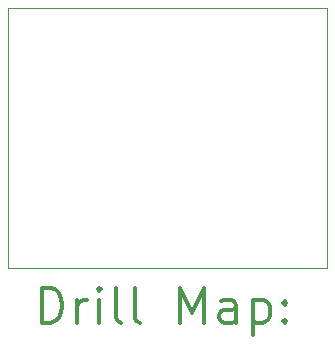
<source format=gbr>
%FSLAX45Y45*%
G04 Gerber Fmt 4.5, Leading zero omitted, Abs format (unit mm)*
G04 Created by KiCad (PCBNEW 5.1.2-f72e74a~84~ubuntu18.04.1) date 2019-06-19 15:11:41*
%MOMM*%
%LPD*%
G04 APERTURE LIST*
%ADD10C,0.050000*%
%ADD11C,0.200000*%
%ADD12C,0.300000*%
G04 APERTURE END LIST*
D10*
X19700000Y-8500000D02*
X19700000Y-10600000D01*
X22400000Y-8500000D02*
X19700000Y-8500000D01*
X22400000Y-10700000D02*
X22400000Y-8500000D01*
X19700000Y-10700000D02*
X22400000Y-10700000D01*
X19700000Y-10600000D02*
X19700000Y-10700000D01*
D11*
D12*
X19983928Y-11168214D02*
X19983928Y-10868214D01*
X20055357Y-10868214D01*
X20098214Y-10882500D01*
X20126786Y-10911072D01*
X20141071Y-10939643D01*
X20155357Y-10996786D01*
X20155357Y-11039643D01*
X20141071Y-11096786D01*
X20126786Y-11125357D01*
X20098214Y-11153929D01*
X20055357Y-11168214D01*
X19983928Y-11168214D01*
X20283928Y-11168214D02*
X20283928Y-10968214D01*
X20283928Y-11025357D02*
X20298214Y-10996786D01*
X20312500Y-10982500D01*
X20341071Y-10968214D01*
X20369643Y-10968214D01*
X20469643Y-11168214D02*
X20469643Y-10968214D01*
X20469643Y-10868214D02*
X20455357Y-10882500D01*
X20469643Y-10896786D01*
X20483928Y-10882500D01*
X20469643Y-10868214D01*
X20469643Y-10896786D01*
X20655357Y-11168214D02*
X20626786Y-11153929D01*
X20612500Y-11125357D01*
X20612500Y-10868214D01*
X20812500Y-11168214D02*
X20783928Y-11153929D01*
X20769643Y-11125357D01*
X20769643Y-10868214D01*
X21155357Y-11168214D02*
X21155357Y-10868214D01*
X21255357Y-11082500D01*
X21355357Y-10868214D01*
X21355357Y-11168214D01*
X21626786Y-11168214D02*
X21626786Y-11011072D01*
X21612500Y-10982500D01*
X21583928Y-10968214D01*
X21526786Y-10968214D01*
X21498214Y-10982500D01*
X21626786Y-11153929D02*
X21598214Y-11168214D01*
X21526786Y-11168214D01*
X21498214Y-11153929D01*
X21483928Y-11125357D01*
X21483928Y-11096786D01*
X21498214Y-11068214D01*
X21526786Y-11053929D01*
X21598214Y-11053929D01*
X21626786Y-11039643D01*
X21769643Y-10968214D02*
X21769643Y-11268214D01*
X21769643Y-10982500D02*
X21798214Y-10968214D01*
X21855357Y-10968214D01*
X21883928Y-10982500D01*
X21898214Y-10996786D01*
X21912500Y-11025357D01*
X21912500Y-11111072D01*
X21898214Y-11139643D01*
X21883928Y-11153929D01*
X21855357Y-11168214D01*
X21798214Y-11168214D01*
X21769643Y-11153929D01*
X22041071Y-11139643D02*
X22055357Y-11153929D01*
X22041071Y-11168214D01*
X22026786Y-11153929D01*
X22041071Y-11139643D01*
X22041071Y-11168214D01*
X22041071Y-10982500D02*
X22055357Y-10996786D01*
X22041071Y-11011072D01*
X22026786Y-10996786D01*
X22041071Y-10982500D01*
X22041071Y-11011072D01*
M02*

</source>
